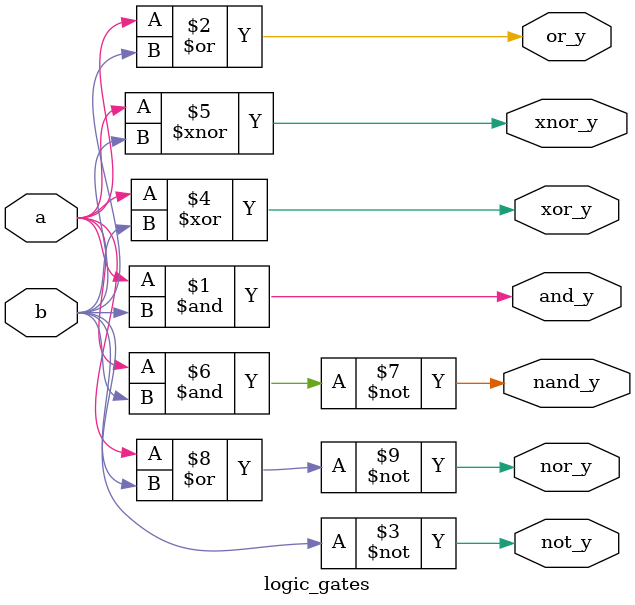
<source format=v>
module logic_gates(a,b,and_y,or_y,not_y,xor_y,xnor_y,nand_y,nor_y);
input a,b;
output and_y,or_y,not_y,xor_y,xnor_y,nand_y,nor_y;
assign and_y=a&b;
assign or_y=a|b;
assign not_y=~b;
assign xor_y=a^b;
assign xnor_y=a~^b;
assign nand_y=~(a&b);
assign nor_y=~(a|b);
endmodule

</source>
